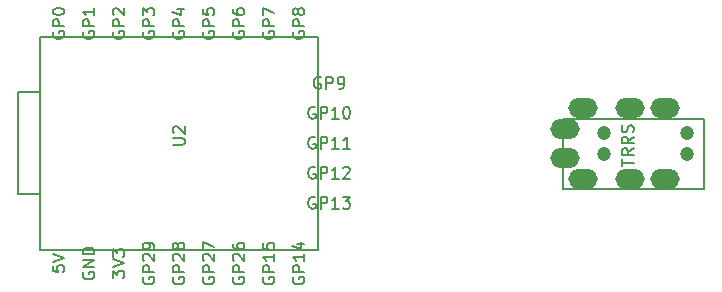
<source format=gbr>
%TF.GenerationSoftware,KiCad,Pcbnew,7.0.8*%
%TF.CreationDate,2023-10-28T15:04:41+09:00*%
%TF.ProjectId,jisaku20rp_right,6a697361-6b75-4323-9072-705f72696768,rev?*%
%TF.SameCoordinates,Original*%
%TF.FileFunction,Legend,Top*%
%TF.FilePolarity,Positive*%
%FSLAX46Y46*%
G04 Gerber Fmt 4.6, Leading zero omitted, Abs format (unit mm)*
G04 Created by KiCad (PCBNEW 7.0.8) date 2023-10-28 15:04:41*
%MOMM*%
%LPD*%
G01*
G04 APERTURE LIST*
%ADD10C,0.150000*%
%ADD11C,1.200000*%
%ADD12O,2.500000X1.700000*%
G04 APERTURE END LIST*
D10*
X58744819Y16878095D02*
X58744819Y17449523D01*
X59744819Y17163809D02*
X58744819Y17163809D01*
X59744819Y18354285D02*
X59268628Y18020952D01*
X59744819Y17782857D02*
X58744819Y17782857D01*
X58744819Y17782857D02*
X58744819Y18163809D01*
X58744819Y18163809D02*
X58792438Y18259047D01*
X58792438Y18259047D02*
X58840057Y18306666D01*
X58840057Y18306666D02*
X58935295Y18354285D01*
X58935295Y18354285D02*
X59078152Y18354285D01*
X59078152Y18354285D02*
X59173390Y18306666D01*
X59173390Y18306666D02*
X59221009Y18259047D01*
X59221009Y18259047D02*
X59268628Y18163809D01*
X59268628Y18163809D02*
X59268628Y17782857D01*
X59744819Y19354285D02*
X59268628Y19020952D01*
X59744819Y18782857D02*
X58744819Y18782857D01*
X58744819Y18782857D02*
X58744819Y19163809D01*
X58744819Y19163809D02*
X58792438Y19259047D01*
X58792438Y19259047D02*
X58840057Y19306666D01*
X58840057Y19306666D02*
X58935295Y19354285D01*
X58935295Y19354285D02*
X59078152Y19354285D01*
X59078152Y19354285D02*
X59173390Y19306666D01*
X59173390Y19306666D02*
X59221009Y19259047D01*
X59221009Y19259047D02*
X59268628Y19163809D01*
X59268628Y19163809D02*
X59268628Y18782857D01*
X59697200Y19735238D02*
X59744819Y19878095D01*
X59744819Y19878095D02*
X59744819Y20116190D01*
X59744819Y20116190D02*
X59697200Y20211428D01*
X59697200Y20211428D02*
X59649580Y20259047D01*
X59649580Y20259047D02*
X59554342Y20306666D01*
X59554342Y20306666D02*
X59459104Y20306666D01*
X59459104Y20306666D02*
X59363866Y20259047D01*
X59363866Y20259047D02*
X59316247Y20211428D01*
X59316247Y20211428D02*
X59268628Y20116190D01*
X59268628Y20116190D02*
X59221009Y19925714D01*
X59221009Y19925714D02*
X59173390Y19830476D01*
X59173390Y19830476D02*
X59125771Y19782857D01*
X59125771Y19782857D02*
X59030533Y19735238D01*
X59030533Y19735238D02*
X58935295Y19735238D01*
X58935295Y19735238D02*
X58840057Y19782857D01*
X58840057Y19782857D02*
X58792438Y19830476D01*
X58792438Y19830476D02*
X58744819Y19925714D01*
X58744819Y19925714D02*
X58744819Y20163809D01*
X58744819Y20163809D02*
X58792438Y20306666D01*
X20734819Y18668095D02*
X21544342Y18668095D01*
X21544342Y18668095D02*
X21639580Y18715714D01*
X21639580Y18715714D02*
X21687200Y18763333D01*
X21687200Y18763333D02*
X21734819Y18858571D01*
X21734819Y18858571D02*
X21734819Y19049047D01*
X21734819Y19049047D02*
X21687200Y19144285D01*
X21687200Y19144285D02*
X21639580Y19191904D01*
X21639580Y19191904D02*
X21544342Y19239523D01*
X21544342Y19239523D02*
X20734819Y19239523D01*
X20830057Y19668095D02*
X20782438Y19715714D01*
X20782438Y19715714D02*
X20734819Y19810952D01*
X20734819Y19810952D02*
X20734819Y20049047D01*
X20734819Y20049047D02*
X20782438Y20144285D01*
X20782438Y20144285D02*
X20830057Y20191904D01*
X20830057Y20191904D02*
X20925295Y20239523D01*
X20925295Y20239523D02*
X21020533Y20239523D01*
X21020533Y20239523D02*
X21163390Y20191904D01*
X21163390Y20191904D02*
X21734819Y19620476D01*
X21734819Y19620476D02*
X21734819Y20239523D01*
X18232438Y7439523D02*
X18184819Y7344285D01*
X18184819Y7344285D02*
X18184819Y7201428D01*
X18184819Y7201428D02*
X18232438Y7058571D01*
X18232438Y7058571D02*
X18327676Y6963333D01*
X18327676Y6963333D02*
X18422914Y6915714D01*
X18422914Y6915714D02*
X18613390Y6868095D01*
X18613390Y6868095D02*
X18756247Y6868095D01*
X18756247Y6868095D02*
X18946723Y6915714D01*
X18946723Y6915714D02*
X19041961Y6963333D01*
X19041961Y6963333D02*
X19137200Y7058571D01*
X19137200Y7058571D02*
X19184819Y7201428D01*
X19184819Y7201428D02*
X19184819Y7296666D01*
X19184819Y7296666D02*
X19137200Y7439523D01*
X19137200Y7439523D02*
X19089580Y7487142D01*
X19089580Y7487142D02*
X18756247Y7487142D01*
X18756247Y7487142D02*
X18756247Y7296666D01*
X19184819Y7915714D02*
X18184819Y7915714D01*
X18184819Y7915714D02*
X18184819Y8296666D01*
X18184819Y8296666D02*
X18232438Y8391904D01*
X18232438Y8391904D02*
X18280057Y8439523D01*
X18280057Y8439523D02*
X18375295Y8487142D01*
X18375295Y8487142D02*
X18518152Y8487142D01*
X18518152Y8487142D02*
X18613390Y8439523D01*
X18613390Y8439523D02*
X18661009Y8391904D01*
X18661009Y8391904D02*
X18708628Y8296666D01*
X18708628Y8296666D02*
X18708628Y7915714D01*
X18280057Y8868095D02*
X18232438Y8915714D01*
X18232438Y8915714D02*
X18184819Y9010952D01*
X18184819Y9010952D02*
X18184819Y9249047D01*
X18184819Y9249047D02*
X18232438Y9344285D01*
X18232438Y9344285D02*
X18280057Y9391904D01*
X18280057Y9391904D02*
X18375295Y9439523D01*
X18375295Y9439523D02*
X18470533Y9439523D01*
X18470533Y9439523D02*
X18613390Y9391904D01*
X18613390Y9391904D02*
X19184819Y8820476D01*
X19184819Y8820476D02*
X19184819Y9439523D01*
X19184819Y9915714D02*
X19184819Y10106190D01*
X19184819Y10106190D02*
X19137200Y10201428D01*
X19137200Y10201428D02*
X19089580Y10249047D01*
X19089580Y10249047D02*
X18946723Y10344285D01*
X18946723Y10344285D02*
X18756247Y10391904D01*
X18756247Y10391904D02*
X18375295Y10391904D01*
X18375295Y10391904D02*
X18280057Y10344285D01*
X18280057Y10344285D02*
X18232438Y10296666D01*
X18232438Y10296666D02*
X18184819Y10201428D01*
X18184819Y10201428D02*
X18184819Y10010952D01*
X18184819Y10010952D02*
X18232438Y9915714D01*
X18232438Y9915714D02*
X18280057Y9868095D01*
X18280057Y9868095D02*
X18375295Y9820476D01*
X18375295Y9820476D02*
X18613390Y9820476D01*
X18613390Y9820476D02*
X18708628Y9868095D01*
X18708628Y9868095D02*
X18756247Y9915714D01*
X18756247Y9915714D02*
X18803866Y10010952D01*
X18803866Y10010952D02*
X18803866Y10201428D01*
X18803866Y10201428D02*
X18756247Y10296666D01*
X18756247Y10296666D02*
X18708628Y10344285D01*
X18708628Y10344285D02*
X18613390Y10391904D01*
X30932438Y28235714D02*
X30884819Y28140476D01*
X30884819Y28140476D02*
X30884819Y27997619D01*
X30884819Y27997619D02*
X30932438Y27854762D01*
X30932438Y27854762D02*
X31027676Y27759524D01*
X31027676Y27759524D02*
X31122914Y27711905D01*
X31122914Y27711905D02*
X31313390Y27664286D01*
X31313390Y27664286D02*
X31456247Y27664286D01*
X31456247Y27664286D02*
X31646723Y27711905D01*
X31646723Y27711905D02*
X31741961Y27759524D01*
X31741961Y27759524D02*
X31837200Y27854762D01*
X31837200Y27854762D02*
X31884819Y27997619D01*
X31884819Y27997619D02*
X31884819Y28092857D01*
X31884819Y28092857D02*
X31837200Y28235714D01*
X31837200Y28235714D02*
X31789580Y28283333D01*
X31789580Y28283333D02*
X31456247Y28283333D01*
X31456247Y28283333D02*
X31456247Y28092857D01*
X31884819Y28711905D02*
X30884819Y28711905D01*
X30884819Y28711905D02*
X30884819Y29092857D01*
X30884819Y29092857D02*
X30932438Y29188095D01*
X30932438Y29188095D02*
X30980057Y29235714D01*
X30980057Y29235714D02*
X31075295Y29283333D01*
X31075295Y29283333D02*
X31218152Y29283333D01*
X31218152Y29283333D02*
X31313390Y29235714D01*
X31313390Y29235714D02*
X31361009Y29188095D01*
X31361009Y29188095D02*
X31408628Y29092857D01*
X31408628Y29092857D02*
X31408628Y28711905D01*
X31313390Y29854762D02*
X31265771Y29759524D01*
X31265771Y29759524D02*
X31218152Y29711905D01*
X31218152Y29711905D02*
X31122914Y29664286D01*
X31122914Y29664286D02*
X31075295Y29664286D01*
X31075295Y29664286D02*
X30980057Y29711905D01*
X30980057Y29711905D02*
X30932438Y29759524D01*
X30932438Y29759524D02*
X30884819Y29854762D01*
X30884819Y29854762D02*
X30884819Y30045238D01*
X30884819Y30045238D02*
X30932438Y30140476D01*
X30932438Y30140476D02*
X30980057Y30188095D01*
X30980057Y30188095D02*
X31075295Y30235714D01*
X31075295Y30235714D02*
X31122914Y30235714D01*
X31122914Y30235714D02*
X31218152Y30188095D01*
X31218152Y30188095D02*
X31265771Y30140476D01*
X31265771Y30140476D02*
X31313390Y30045238D01*
X31313390Y30045238D02*
X31313390Y29854762D01*
X31313390Y29854762D02*
X31361009Y29759524D01*
X31361009Y29759524D02*
X31408628Y29711905D01*
X31408628Y29711905D02*
X31503866Y29664286D01*
X31503866Y29664286D02*
X31694342Y29664286D01*
X31694342Y29664286D02*
X31789580Y29711905D01*
X31789580Y29711905D02*
X31837200Y29759524D01*
X31837200Y29759524D02*
X31884819Y29854762D01*
X31884819Y29854762D02*
X31884819Y30045238D01*
X31884819Y30045238D02*
X31837200Y30140476D01*
X31837200Y30140476D02*
X31789580Y30188095D01*
X31789580Y30188095D02*
X31694342Y30235714D01*
X31694342Y30235714D02*
X31503866Y30235714D01*
X31503866Y30235714D02*
X31408628Y30188095D01*
X31408628Y30188095D02*
X31361009Y30140476D01*
X31361009Y30140476D02*
X31313390Y30045238D01*
X13152438Y7868095D02*
X13104819Y7772857D01*
X13104819Y7772857D02*
X13104819Y7630000D01*
X13104819Y7630000D02*
X13152438Y7487143D01*
X13152438Y7487143D02*
X13247676Y7391905D01*
X13247676Y7391905D02*
X13342914Y7344286D01*
X13342914Y7344286D02*
X13533390Y7296667D01*
X13533390Y7296667D02*
X13676247Y7296667D01*
X13676247Y7296667D02*
X13866723Y7344286D01*
X13866723Y7344286D02*
X13961961Y7391905D01*
X13961961Y7391905D02*
X14057200Y7487143D01*
X14057200Y7487143D02*
X14104819Y7630000D01*
X14104819Y7630000D02*
X14104819Y7725238D01*
X14104819Y7725238D02*
X14057200Y7868095D01*
X14057200Y7868095D02*
X14009580Y7915714D01*
X14009580Y7915714D02*
X13676247Y7915714D01*
X13676247Y7915714D02*
X13676247Y7725238D01*
X14104819Y8344286D02*
X13104819Y8344286D01*
X13104819Y8344286D02*
X14104819Y8915714D01*
X14104819Y8915714D02*
X13104819Y8915714D01*
X14104819Y9391905D02*
X13104819Y9391905D01*
X13104819Y9391905D02*
X13104819Y9630000D01*
X13104819Y9630000D02*
X13152438Y9772857D01*
X13152438Y9772857D02*
X13247676Y9868095D01*
X13247676Y9868095D02*
X13342914Y9915714D01*
X13342914Y9915714D02*
X13533390Y9963333D01*
X13533390Y9963333D02*
X13676247Y9963333D01*
X13676247Y9963333D02*
X13866723Y9915714D01*
X13866723Y9915714D02*
X13961961Y9868095D01*
X13961961Y9868095D02*
X14057200Y9772857D01*
X14057200Y9772857D02*
X14104819Y9630000D01*
X14104819Y9630000D02*
X14104819Y9391905D01*
X25852438Y28235714D02*
X25804819Y28140476D01*
X25804819Y28140476D02*
X25804819Y27997619D01*
X25804819Y27997619D02*
X25852438Y27854762D01*
X25852438Y27854762D02*
X25947676Y27759524D01*
X25947676Y27759524D02*
X26042914Y27711905D01*
X26042914Y27711905D02*
X26233390Y27664286D01*
X26233390Y27664286D02*
X26376247Y27664286D01*
X26376247Y27664286D02*
X26566723Y27711905D01*
X26566723Y27711905D02*
X26661961Y27759524D01*
X26661961Y27759524D02*
X26757200Y27854762D01*
X26757200Y27854762D02*
X26804819Y27997619D01*
X26804819Y27997619D02*
X26804819Y28092857D01*
X26804819Y28092857D02*
X26757200Y28235714D01*
X26757200Y28235714D02*
X26709580Y28283333D01*
X26709580Y28283333D02*
X26376247Y28283333D01*
X26376247Y28283333D02*
X26376247Y28092857D01*
X26804819Y28711905D02*
X25804819Y28711905D01*
X25804819Y28711905D02*
X25804819Y29092857D01*
X25804819Y29092857D02*
X25852438Y29188095D01*
X25852438Y29188095D02*
X25900057Y29235714D01*
X25900057Y29235714D02*
X25995295Y29283333D01*
X25995295Y29283333D02*
X26138152Y29283333D01*
X26138152Y29283333D02*
X26233390Y29235714D01*
X26233390Y29235714D02*
X26281009Y29188095D01*
X26281009Y29188095D02*
X26328628Y29092857D01*
X26328628Y29092857D02*
X26328628Y28711905D01*
X25804819Y30140476D02*
X25804819Y29950000D01*
X25804819Y29950000D02*
X25852438Y29854762D01*
X25852438Y29854762D02*
X25900057Y29807143D01*
X25900057Y29807143D02*
X26042914Y29711905D01*
X26042914Y29711905D02*
X26233390Y29664286D01*
X26233390Y29664286D02*
X26614342Y29664286D01*
X26614342Y29664286D02*
X26709580Y29711905D01*
X26709580Y29711905D02*
X26757200Y29759524D01*
X26757200Y29759524D02*
X26804819Y29854762D01*
X26804819Y29854762D02*
X26804819Y30045238D01*
X26804819Y30045238D02*
X26757200Y30140476D01*
X26757200Y30140476D02*
X26709580Y30188095D01*
X26709580Y30188095D02*
X26614342Y30235714D01*
X26614342Y30235714D02*
X26376247Y30235714D01*
X26376247Y30235714D02*
X26281009Y30188095D01*
X26281009Y30188095D02*
X26233390Y30140476D01*
X26233390Y30140476D02*
X26185771Y30045238D01*
X26185771Y30045238D02*
X26185771Y29854762D01*
X26185771Y29854762D02*
X26233390Y29759524D01*
X26233390Y29759524D02*
X26281009Y29711905D01*
X26281009Y29711905D02*
X26376247Y29664286D01*
X32779523Y21827561D02*
X32684285Y21875180D01*
X32684285Y21875180D02*
X32541428Y21875180D01*
X32541428Y21875180D02*
X32398571Y21827561D01*
X32398571Y21827561D02*
X32303333Y21732323D01*
X32303333Y21732323D02*
X32255714Y21637085D01*
X32255714Y21637085D02*
X32208095Y21446609D01*
X32208095Y21446609D02*
X32208095Y21303752D01*
X32208095Y21303752D02*
X32255714Y21113276D01*
X32255714Y21113276D02*
X32303333Y21018038D01*
X32303333Y21018038D02*
X32398571Y20922800D01*
X32398571Y20922800D02*
X32541428Y20875180D01*
X32541428Y20875180D02*
X32636666Y20875180D01*
X32636666Y20875180D02*
X32779523Y20922800D01*
X32779523Y20922800D02*
X32827142Y20970419D01*
X32827142Y20970419D02*
X32827142Y21303752D01*
X32827142Y21303752D02*
X32636666Y21303752D01*
X33255714Y20875180D02*
X33255714Y21875180D01*
X33255714Y21875180D02*
X33636666Y21875180D01*
X33636666Y21875180D02*
X33731904Y21827561D01*
X33731904Y21827561D02*
X33779523Y21779942D01*
X33779523Y21779942D02*
X33827142Y21684704D01*
X33827142Y21684704D02*
X33827142Y21541847D01*
X33827142Y21541847D02*
X33779523Y21446609D01*
X33779523Y21446609D02*
X33731904Y21398990D01*
X33731904Y21398990D02*
X33636666Y21351371D01*
X33636666Y21351371D02*
X33255714Y21351371D01*
X34779523Y20875180D02*
X34208095Y20875180D01*
X34493809Y20875180D02*
X34493809Y21875180D01*
X34493809Y21875180D02*
X34398571Y21732323D01*
X34398571Y21732323D02*
X34303333Y21637085D01*
X34303333Y21637085D02*
X34208095Y21589466D01*
X35398571Y21875180D02*
X35493809Y21875180D01*
X35493809Y21875180D02*
X35589047Y21827561D01*
X35589047Y21827561D02*
X35636666Y21779942D01*
X35636666Y21779942D02*
X35684285Y21684704D01*
X35684285Y21684704D02*
X35731904Y21494228D01*
X35731904Y21494228D02*
X35731904Y21256133D01*
X35731904Y21256133D02*
X35684285Y21065657D01*
X35684285Y21065657D02*
X35636666Y20970419D01*
X35636666Y20970419D02*
X35589047Y20922800D01*
X35589047Y20922800D02*
X35493809Y20875180D01*
X35493809Y20875180D02*
X35398571Y20875180D01*
X35398571Y20875180D02*
X35303333Y20922800D01*
X35303333Y20922800D02*
X35255714Y20970419D01*
X35255714Y20970419D02*
X35208095Y21065657D01*
X35208095Y21065657D02*
X35160476Y21256133D01*
X35160476Y21256133D02*
X35160476Y21494228D01*
X35160476Y21494228D02*
X35208095Y21684704D01*
X35208095Y21684704D02*
X35255714Y21779942D01*
X35255714Y21779942D02*
X35303333Y21827561D01*
X35303333Y21827561D02*
X35398571Y21875180D01*
X15644819Y7391905D02*
X15644819Y8010952D01*
X15644819Y8010952D02*
X16025771Y7677619D01*
X16025771Y7677619D02*
X16025771Y7820476D01*
X16025771Y7820476D02*
X16073390Y7915714D01*
X16073390Y7915714D02*
X16121009Y7963333D01*
X16121009Y7963333D02*
X16216247Y8010952D01*
X16216247Y8010952D02*
X16454342Y8010952D01*
X16454342Y8010952D02*
X16549580Y7963333D01*
X16549580Y7963333D02*
X16597200Y7915714D01*
X16597200Y7915714D02*
X16644819Y7820476D01*
X16644819Y7820476D02*
X16644819Y7534762D01*
X16644819Y7534762D02*
X16597200Y7439524D01*
X16597200Y7439524D02*
X16549580Y7391905D01*
X15644819Y8296667D02*
X16644819Y8630000D01*
X16644819Y8630000D02*
X15644819Y8963333D01*
X15644819Y9201429D02*
X15644819Y9820476D01*
X15644819Y9820476D02*
X16025771Y9487143D01*
X16025771Y9487143D02*
X16025771Y9630000D01*
X16025771Y9630000D02*
X16073390Y9725238D01*
X16073390Y9725238D02*
X16121009Y9772857D01*
X16121009Y9772857D02*
X16216247Y9820476D01*
X16216247Y9820476D02*
X16454342Y9820476D01*
X16454342Y9820476D02*
X16549580Y9772857D01*
X16549580Y9772857D02*
X16597200Y9725238D01*
X16597200Y9725238D02*
X16644819Y9630000D01*
X16644819Y9630000D02*
X16644819Y9344286D01*
X16644819Y9344286D02*
X16597200Y9249048D01*
X16597200Y9249048D02*
X16549580Y9201429D01*
X32779523Y14207561D02*
X32684285Y14255180D01*
X32684285Y14255180D02*
X32541428Y14255180D01*
X32541428Y14255180D02*
X32398571Y14207561D01*
X32398571Y14207561D02*
X32303333Y14112323D01*
X32303333Y14112323D02*
X32255714Y14017085D01*
X32255714Y14017085D02*
X32208095Y13826609D01*
X32208095Y13826609D02*
X32208095Y13683752D01*
X32208095Y13683752D02*
X32255714Y13493276D01*
X32255714Y13493276D02*
X32303333Y13398038D01*
X32303333Y13398038D02*
X32398571Y13302800D01*
X32398571Y13302800D02*
X32541428Y13255180D01*
X32541428Y13255180D02*
X32636666Y13255180D01*
X32636666Y13255180D02*
X32779523Y13302800D01*
X32779523Y13302800D02*
X32827142Y13350419D01*
X32827142Y13350419D02*
X32827142Y13683752D01*
X32827142Y13683752D02*
X32636666Y13683752D01*
X33255714Y13255180D02*
X33255714Y14255180D01*
X33255714Y14255180D02*
X33636666Y14255180D01*
X33636666Y14255180D02*
X33731904Y14207561D01*
X33731904Y14207561D02*
X33779523Y14159942D01*
X33779523Y14159942D02*
X33827142Y14064704D01*
X33827142Y14064704D02*
X33827142Y13921847D01*
X33827142Y13921847D02*
X33779523Y13826609D01*
X33779523Y13826609D02*
X33731904Y13778990D01*
X33731904Y13778990D02*
X33636666Y13731371D01*
X33636666Y13731371D02*
X33255714Y13731371D01*
X34779523Y13255180D02*
X34208095Y13255180D01*
X34493809Y13255180D02*
X34493809Y14255180D01*
X34493809Y14255180D02*
X34398571Y14112323D01*
X34398571Y14112323D02*
X34303333Y14017085D01*
X34303333Y14017085D02*
X34208095Y13969466D01*
X35112857Y14255180D02*
X35731904Y14255180D01*
X35731904Y14255180D02*
X35398571Y13874228D01*
X35398571Y13874228D02*
X35541428Y13874228D01*
X35541428Y13874228D02*
X35636666Y13826609D01*
X35636666Y13826609D02*
X35684285Y13778990D01*
X35684285Y13778990D02*
X35731904Y13683752D01*
X35731904Y13683752D02*
X35731904Y13445657D01*
X35731904Y13445657D02*
X35684285Y13350419D01*
X35684285Y13350419D02*
X35636666Y13302800D01*
X35636666Y13302800D02*
X35541428Y13255180D01*
X35541428Y13255180D02*
X35255714Y13255180D01*
X35255714Y13255180D02*
X35160476Y13302800D01*
X35160476Y13302800D02*
X35112857Y13350419D01*
X23312438Y28235714D02*
X23264819Y28140476D01*
X23264819Y28140476D02*
X23264819Y27997619D01*
X23264819Y27997619D02*
X23312438Y27854762D01*
X23312438Y27854762D02*
X23407676Y27759524D01*
X23407676Y27759524D02*
X23502914Y27711905D01*
X23502914Y27711905D02*
X23693390Y27664286D01*
X23693390Y27664286D02*
X23836247Y27664286D01*
X23836247Y27664286D02*
X24026723Y27711905D01*
X24026723Y27711905D02*
X24121961Y27759524D01*
X24121961Y27759524D02*
X24217200Y27854762D01*
X24217200Y27854762D02*
X24264819Y27997619D01*
X24264819Y27997619D02*
X24264819Y28092857D01*
X24264819Y28092857D02*
X24217200Y28235714D01*
X24217200Y28235714D02*
X24169580Y28283333D01*
X24169580Y28283333D02*
X23836247Y28283333D01*
X23836247Y28283333D02*
X23836247Y28092857D01*
X24264819Y28711905D02*
X23264819Y28711905D01*
X23264819Y28711905D02*
X23264819Y29092857D01*
X23264819Y29092857D02*
X23312438Y29188095D01*
X23312438Y29188095D02*
X23360057Y29235714D01*
X23360057Y29235714D02*
X23455295Y29283333D01*
X23455295Y29283333D02*
X23598152Y29283333D01*
X23598152Y29283333D02*
X23693390Y29235714D01*
X23693390Y29235714D02*
X23741009Y29188095D01*
X23741009Y29188095D02*
X23788628Y29092857D01*
X23788628Y29092857D02*
X23788628Y28711905D01*
X23264819Y30188095D02*
X23264819Y29711905D01*
X23264819Y29711905D02*
X23741009Y29664286D01*
X23741009Y29664286D02*
X23693390Y29711905D01*
X23693390Y29711905D02*
X23645771Y29807143D01*
X23645771Y29807143D02*
X23645771Y30045238D01*
X23645771Y30045238D02*
X23693390Y30140476D01*
X23693390Y30140476D02*
X23741009Y30188095D01*
X23741009Y30188095D02*
X23836247Y30235714D01*
X23836247Y30235714D02*
X24074342Y30235714D01*
X24074342Y30235714D02*
X24169580Y30188095D01*
X24169580Y30188095D02*
X24217200Y30140476D01*
X24217200Y30140476D02*
X24264819Y30045238D01*
X24264819Y30045238D02*
X24264819Y29807143D01*
X24264819Y29807143D02*
X24217200Y29711905D01*
X24217200Y29711905D02*
X24169580Y29664286D01*
X33255714Y24367561D02*
X33160476Y24415180D01*
X33160476Y24415180D02*
X33017619Y24415180D01*
X33017619Y24415180D02*
X32874762Y24367561D01*
X32874762Y24367561D02*
X32779524Y24272323D01*
X32779524Y24272323D02*
X32731905Y24177085D01*
X32731905Y24177085D02*
X32684286Y23986609D01*
X32684286Y23986609D02*
X32684286Y23843752D01*
X32684286Y23843752D02*
X32731905Y23653276D01*
X32731905Y23653276D02*
X32779524Y23558038D01*
X32779524Y23558038D02*
X32874762Y23462800D01*
X32874762Y23462800D02*
X33017619Y23415180D01*
X33017619Y23415180D02*
X33112857Y23415180D01*
X33112857Y23415180D02*
X33255714Y23462800D01*
X33255714Y23462800D02*
X33303333Y23510419D01*
X33303333Y23510419D02*
X33303333Y23843752D01*
X33303333Y23843752D02*
X33112857Y23843752D01*
X33731905Y23415180D02*
X33731905Y24415180D01*
X33731905Y24415180D02*
X34112857Y24415180D01*
X34112857Y24415180D02*
X34208095Y24367561D01*
X34208095Y24367561D02*
X34255714Y24319942D01*
X34255714Y24319942D02*
X34303333Y24224704D01*
X34303333Y24224704D02*
X34303333Y24081847D01*
X34303333Y24081847D02*
X34255714Y23986609D01*
X34255714Y23986609D02*
X34208095Y23938990D01*
X34208095Y23938990D02*
X34112857Y23891371D01*
X34112857Y23891371D02*
X33731905Y23891371D01*
X34779524Y23415180D02*
X34970000Y23415180D01*
X34970000Y23415180D02*
X35065238Y23462800D01*
X35065238Y23462800D02*
X35112857Y23510419D01*
X35112857Y23510419D02*
X35208095Y23653276D01*
X35208095Y23653276D02*
X35255714Y23843752D01*
X35255714Y23843752D02*
X35255714Y24224704D01*
X35255714Y24224704D02*
X35208095Y24319942D01*
X35208095Y24319942D02*
X35160476Y24367561D01*
X35160476Y24367561D02*
X35065238Y24415180D01*
X35065238Y24415180D02*
X34874762Y24415180D01*
X34874762Y24415180D02*
X34779524Y24367561D01*
X34779524Y24367561D02*
X34731905Y24319942D01*
X34731905Y24319942D02*
X34684286Y24224704D01*
X34684286Y24224704D02*
X34684286Y23986609D01*
X34684286Y23986609D02*
X34731905Y23891371D01*
X34731905Y23891371D02*
X34779524Y23843752D01*
X34779524Y23843752D02*
X34874762Y23796133D01*
X34874762Y23796133D02*
X35065238Y23796133D01*
X35065238Y23796133D02*
X35160476Y23843752D01*
X35160476Y23843752D02*
X35208095Y23891371D01*
X35208095Y23891371D02*
X35255714Y23986609D01*
X28392438Y28235714D02*
X28344819Y28140476D01*
X28344819Y28140476D02*
X28344819Y27997619D01*
X28344819Y27997619D02*
X28392438Y27854762D01*
X28392438Y27854762D02*
X28487676Y27759524D01*
X28487676Y27759524D02*
X28582914Y27711905D01*
X28582914Y27711905D02*
X28773390Y27664286D01*
X28773390Y27664286D02*
X28916247Y27664286D01*
X28916247Y27664286D02*
X29106723Y27711905D01*
X29106723Y27711905D02*
X29201961Y27759524D01*
X29201961Y27759524D02*
X29297200Y27854762D01*
X29297200Y27854762D02*
X29344819Y27997619D01*
X29344819Y27997619D02*
X29344819Y28092857D01*
X29344819Y28092857D02*
X29297200Y28235714D01*
X29297200Y28235714D02*
X29249580Y28283333D01*
X29249580Y28283333D02*
X28916247Y28283333D01*
X28916247Y28283333D02*
X28916247Y28092857D01*
X29344819Y28711905D02*
X28344819Y28711905D01*
X28344819Y28711905D02*
X28344819Y29092857D01*
X28344819Y29092857D02*
X28392438Y29188095D01*
X28392438Y29188095D02*
X28440057Y29235714D01*
X28440057Y29235714D02*
X28535295Y29283333D01*
X28535295Y29283333D02*
X28678152Y29283333D01*
X28678152Y29283333D02*
X28773390Y29235714D01*
X28773390Y29235714D02*
X28821009Y29188095D01*
X28821009Y29188095D02*
X28868628Y29092857D01*
X28868628Y29092857D02*
X28868628Y28711905D01*
X28344819Y29616667D02*
X28344819Y30283333D01*
X28344819Y30283333D02*
X29344819Y29854762D01*
X30932438Y7439523D02*
X30884819Y7344285D01*
X30884819Y7344285D02*
X30884819Y7201428D01*
X30884819Y7201428D02*
X30932438Y7058571D01*
X30932438Y7058571D02*
X31027676Y6963333D01*
X31027676Y6963333D02*
X31122914Y6915714D01*
X31122914Y6915714D02*
X31313390Y6868095D01*
X31313390Y6868095D02*
X31456247Y6868095D01*
X31456247Y6868095D02*
X31646723Y6915714D01*
X31646723Y6915714D02*
X31741961Y6963333D01*
X31741961Y6963333D02*
X31837200Y7058571D01*
X31837200Y7058571D02*
X31884819Y7201428D01*
X31884819Y7201428D02*
X31884819Y7296666D01*
X31884819Y7296666D02*
X31837200Y7439523D01*
X31837200Y7439523D02*
X31789580Y7487142D01*
X31789580Y7487142D02*
X31456247Y7487142D01*
X31456247Y7487142D02*
X31456247Y7296666D01*
X31884819Y7915714D02*
X30884819Y7915714D01*
X30884819Y7915714D02*
X30884819Y8296666D01*
X30884819Y8296666D02*
X30932438Y8391904D01*
X30932438Y8391904D02*
X30980057Y8439523D01*
X30980057Y8439523D02*
X31075295Y8487142D01*
X31075295Y8487142D02*
X31218152Y8487142D01*
X31218152Y8487142D02*
X31313390Y8439523D01*
X31313390Y8439523D02*
X31361009Y8391904D01*
X31361009Y8391904D02*
X31408628Y8296666D01*
X31408628Y8296666D02*
X31408628Y7915714D01*
X31884819Y9439523D02*
X31884819Y8868095D01*
X31884819Y9153809D02*
X30884819Y9153809D01*
X30884819Y9153809D02*
X31027676Y9058571D01*
X31027676Y9058571D02*
X31122914Y8963333D01*
X31122914Y8963333D02*
X31170533Y8868095D01*
X31218152Y10296666D02*
X31884819Y10296666D01*
X30837200Y10058571D02*
X31551485Y9820476D01*
X31551485Y9820476D02*
X31551485Y10439523D01*
X25852438Y7439523D02*
X25804819Y7344285D01*
X25804819Y7344285D02*
X25804819Y7201428D01*
X25804819Y7201428D02*
X25852438Y7058571D01*
X25852438Y7058571D02*
X25947676Y6963333D01*
X25947676Y6963333D02*
X26042914Y6915714D01*
X26042914Y6915714D02*
X26233390Y6868095D01*
X26233390Y6868095D02*
X26376247Y6868095D01*
X26376247Y6868095D02*
X26566723Y6915714D01*
X26566723Y6915714D02*
X26661961Y6963333D01*
X26661961Y6963333D02*
X26757200Y7058571D01*
X26757200Y7058571D02*
X26804819Y7201428D01*
X26804819Y7201428D02*
X26804819Y7296666D01*
X26804819Y7296666D02*
X26757200Y7439523D01*
X26757200Y7439523D02*
X26709580Y7487142D01*
X26709580Y7487142D02*
X26376247Y7487142D01*
X26376247Y7487142D02*
X26376247Y7296666D01*
X26804819Y7915714D02*
X25804819Y7915714D01*
X25804819Y7915714D02*
X25804819Y8296666D01*
X25804819Y8296666D02*
X25852438Y8391904D01*
X25852438Y8391904D02*
X25900057Y8439523D01*
X25900057Y8439523D02*
X25995295Y8487142D01*
X25995295Y8487142D02*
X26138152Y8487142D01*
X26138152Y8487142D02*
X26233390Y8439523D01*
X26233390Y8439523D02*
X26281009Y8391904D01*
X26281009Y8391904D02*
X26328628Y8296666D01*
X26328628Y8296666D02*
X26328628Y7915714D01*
X25900057Y8868095D02*
X25852438Y8915714D01*
X25852438Y8915714D02*
X25804819Y9010952D01*
X25804819Y9010952D02*
X25804819Y9249047D01*
X25804819Y9249047D02*
X25852438Y9344285D01*
X25852438Y9344285D02*
X25900057Y9391904D01*
X25900057Y9391904D02*
X25995295Y9439523D01*
X25995295Y9439523D02*
X26090533Y9439523D01*
X26090533Y9439523D02*
X26233390Y9391904D01*
X26233390Y9391904D02*
X26804819Y8820476D01*
X26804819Y8820476D02*
X26804819Y9439523D01*
X25804819Y10296666D02*
X25804819Y10106190D01*
X25804819Y10106190D02*
X25852438Y10010952D01*
X25852438Y10010952D02*
X25900057Y9963333D01*
X25900057Y9963333D02*
X26042914Y9868095D01*
X26042914Y9868095D02*
X26233390Y9820476D01*
X26233390Y9820476D02*
X26614342Y9820476D01*
X26614342Y9820476D02*
X26709580Y9868095D01*
X26709580Y9868095D02*
X26757200Y9915714D01*
X26757200Y9915714D02*
X26804819Y10010952D01*
X26804819Y10010952D02*
X26804819Y10201428D01*
X26804819Y10201428D02*
X26757200Y10296666D01*
X26757200Y10296666D02*
X26709580Y10344285D01*
X26709580Y10344285D02*
X26614342Y10391904D01*
X26614342Y10391904D02*
X26376247Y10391904D01*
X26376247Y10391904D02*
X26281009Y10344285D01*
X26281009Y10344285D02*
X26233390Y10296666D01*
X26233390Y10296666D02*
X26185771Y10201428D01*
X26185771Y10201428D02*
X26185771Y10010952D01*
X26185771Y10010952D02*
X26233390Y9915714D01*
X26233390Y9915714D02*
X26281009Y9868095D01*
X26281009Y9868095D02*
X26376247Y9820476D01*
X10612438Y28235714D02*
X10564819Y28140476D01*
X10564819Y28140476D02*
X10564819Y27997619D01*
X10564819Y27997619D02*
X10612438Y27854762D01*
X10612438Y27854762D02*
X10707676Y27759524D01*
X10707676Y27759524D02*
X10802914Y27711905D01*
X10802914Y27711905D02*
X10993390Y27664286D01*
X10993390Y27664286D02*
X11136247Y27664286D01*
X11136247Y27664286D02*
X11326723Y27711905D01*
X11326723Y27711905D02*
X11421961Y27759524D01*
X11421961Y27759524D02*
X11517200Y27854762D01*
X11517200Y27854762D02*
X11564819Y27997619D01*
X11564819Y27997619D02*
X11564819Y28092857D01*
X11564819Y28092857D02*
X11517200Y28235714D01*
X11517200Y28235714D02*
X11469580Y28283333D01*
X11469580Y28283333D02*
X11136247Y28283333D01*
X11136247Y28283333D02*
X11136247Y28092857D01*
X11564819Y28711905D02*
X10564819Y28711905D01*
X10564819Y28711905D02*
X10564819Y29092857D01*
X10564819Y29092857D02*
X10612438Y29188095D01*
X10612438Y29188095D02*
X10660057Y29235714D01*
X10660057Y29235714D02*
X10755295Y29283333D01*
X10755295Y29283333D02*
X10898152Y29283333D01*
X10898152Y29283333D02*
X10993390Y29235714D01*
X10993390Y29235714D02*
X11041009Y29188095D01*
X11041009Y29188095D02*
X11088628Y29092857D01*
X11088628Y29092857D02*
X11088628Y28711905D01*
X10564819Y29902381D02*
X10564819Y29997619D01*
X10564819Y29997619D02*
X10612438Y30092857D01*
X10612438Y30092857D02*
X10660057Y30140476D01*
X10660057Y30140476D02*
X10755295Y30188095D01*
X10755295Y30188095D02*
X10945771Y30235714D01*
X10945771Y30235714D02*
X11183866Y30235714D01*
X11183866Y30235714D02*
X11374342Y30188095D01*
X11374342Y30188095D02*
X11469580Y30140476D01*
X11469580Y30140476D02*
X11517200Y30092857D01*
X11517200Y30092857D02*
X11564819Y29997619D01*
X11564819Y29997619D02*
X11564819Y29902381D01*
X11564819Y29902381D02*
X11517200Y29807143D01*
X11517200Y29807143D02*
X11469580Y29759524D01*
X11469580Y29759524D02*
X11374342Y29711905D01*
X11374342Y29711905D02*
X11183866Y29664286D01*
X11183866Y29664286D02*
X10945771Y29664286D01*
X10945771Y29664286D02*
X10755295Y29711905D01*
X10755295Y29711905D02*
X10660057Y29759524D01*
X10660057Y29759524D02*
X10612438Y29807143D01*
X10612438Y29807143D02*
X10564819Y29902381D01*
X20772438Y28235714D02*
X20724819Y28140476D01*
X20724819Y28140476D02*
X20724819Y27997619D01*
X20724819Y27997619D02*
X20772438Y27854762D01*
X20772438Y27854762D02*
X20867676Y27759524D01*
X20867676Y27759524D02*
X20962914Y27711905D01*
X20962914Y27711905D02*
X21153390Y27664286D01*
X21153390Y27664286D02*
X21296247Y27664286D01*
X21296247Y27664286D02*
X21486723Y27711905D01*
X21486723Y27711905D02*
X21581961Y27759524D01*
X21581961Y27759524D02*
X21677200Y27854762D01*
X21677200Y27854762D02*
X21724819Y27997619D01*
X21724819Y27997619D02*
X21724819Y28092857D01*
X21724819Y28092857D02*
X21677200Y28235714D01*
X21677200Y28235714D02*
X21629580Y28283333D01*
X21629580Y28283333D02*
X21296247Y28283333D01*
X21296247Y28283333D02*
X21296247Y28092857D01*
X21724819Y28711905D02*
X20724819Y28711905D01*
X20724819Y28711905D02*
X20724819Y29092857D01*
X20724819Y29092857D02*
X20772438Y29188095D01*
X20772438Y29188095D02*
X20820057Y29235714D01*
X20820057Y29235714D02*
X20915295Y29283333D01*
X20915295Y29283333D02*
X21058152Y29283333D01*
X21058152Y29283333D02*
X21153390Y29235714D01*
X21153390Y29235714D02*
X21201009Y29188095D01*
X21201009Y29188095D02*
X21248628Y29092857D01*
X21248628Y29092857D02*
X21248628Y28711905D01*
X21058152Y30140476D02*
X21724819Y30140476D01*
X20677200Y29902381D02*
X21391485Y29664286D01*
X21391485Y29664286D02*
X21391485Y30283333D01*
X32779523Y19287561D02*
X32684285Y19335180D01*
X32684285Y19335180D02*
X32541428Y19335180D01*
X32541428Y19335180D02*
X32398571Y19287561D01*
X32398571Y19287561D02*
X32303333Y19192323D01*
X32303333Y19192323D02*
X32255714Y19097085D01*
X32255714Y19097085D02*
X32208095Y18906609D01*
X32208095Y18906609D02*
X32208095Y18763752D01*
X32208095Y18763752D02*
X32255714Y18573276D01*
X32255714Y18573276D02*
X32303333Y18478038D01*
X32303333Y18478038D02*
X32398571Y18382800D01*
X32398571Y18382800D02*
X32541428Y18335180D01*
X32541428Y18335180D02*
X32636666Y18335180D01*
X32636666Y18335180D02*
X32779523Y18382800D01*
X32779523Y18382800D02*
X32827142Y18430419D01*
X32827142Y18430419D02*
X32827142Y18763752D01*
X32827142Y18763752D02*
X32636666Y18763752D01*
X33255714Y18335180D02*
X33255714Y19335180D01*
X33255714Y19335180D02*
X33636666Y19335180D01*
X33636666Y19335180D02*
X33731904Y19287561D01*
X33731904Y19287561D02*
X33779523Y19239942D01*
X33779523Y19239942D02*
X33827142Y19144704D01*
X33827142Y19144704D02*
X33827142Y19001847D01*
X33827142Y19001847D02*
X33779523Y18906609D01*
X33779523Y18906609D02*
X33731904Y18858990D01*
X33731904Y18858990D02*
X33636666Y18811371D01*
X33636666Y18811371D02*
X33255714Y18811371D01*
X34779523Y18335180D02*
X34208095Y18335180D01*
X34493809Y18335180D02*
X34493809Y19335180D01*
X34493809Y19335180D02*
X34398571Y19192323D01*
X34398571Y19192323D02*
X34303333Y19097085D01*
X34303333Y19097085D02*
X34208095Y19049466D01*
X35731904Y18335180D02*
X35160476Y18335180D01*
X35446190Y18335180D02*
X35446190Y19335180D01*
X35446190Y19335180D02*
X35350952Y19192323D01*
X35350952Y19192323D02*
X35255714Y19097085D01*
X35255714Y19097085D02*
X35160476Y19049466D01*
X23312438Y7439523D02*
X23264819Y7344285D01*
X23264819Y7344285D02*
X23264819Y7201428D01*
X23264819Y7201428D02*
X23312438Y7058571D01*
X23312438Y7058571D02*
X23407676Y6963333D01*
X23407676Y6963333D02*
X23502914Y6915714D01*
X23502914Y6915714D02*
X23693390Y6868095D01*
X23693390Y6868095D02*
X23836247Y6868095D01*
X23836247Y6868095D02*
X24026723Y6915714D01*
X24026723Y6915714D02*
X24121961Y6963333D01*
X24121961Y6963333D02*
X24217200Y7058571D01*
X24217200Y7058571D02*
X24264819Y7201428D01*
X24264819Y7201428D02*
X24264819Y7296666D01*
X24264819Y7296666D02*
X24217200Y7439523D01*
X24217200Y7439523D02*
X24169580Y7487142D01*
X24169580Y7487142D02*
X23836247Y7487142D01*
X23836247Y7487142D02*
X23836247Y7296666D01*
X24264819Y7915714D02*
X23264819Y7915714D01*
X23264819Y7915714D02*
X23264819Y8296666D01*
X23264819Y8296666D02*
X23312438Y8391904D01*
X23312438Y8391904D02*
X23360057Y8439523D01*
X23360057Y8439523D02*
X23455295Y8487142D01*
X23455295Y8487142D02*
X23598152Y8487142D01*
X23598152Y8487142D02*
X23693390Y8439523D01*
X23693390Y8439523D02*
X23741009Y8391904D01*
X23741009Y8391904D02*
X23788628Y8296666D01*
X23788628Y8296666D02*
X23788628Y7915714D01*
X23360057Y8868095D02*
X23312438Y8915714D01*
X23312438Y8915714D02*
X23264819Y9010952D01*
X23264819Y9010952D02*
X23264819Y9249047D01*
X23264819Y9249047D02*
X23312438Y9344285D01*
X23312438Y9344285D02*
X23360057Y9391904D01*
X23360057Y9391904D02*
X23455295Y9439523D01*
X23455295Y9439523D02*
X23550533Y9439523D01*
X23550533Y9439523D02*
X23693390Y9391904D01*
X23693390Y9391904D02*
X24264819Y8820476D01*
X24264819Y8820476D02*
X24264819Y9439523D01*
X23264819Y9772857D02*
X23264819Y10439523D01*
X23264819Y10439523D02*
X24264819Y10010952D01*
X32779523Y16747561D02*
X32684285Y16795180D01*
X32684285Y16795180D02*
X32541428Y16795180D01*
X32541428Y16795180D02*
X32398571Y16747561D01*
X32398571Y16747561D02*
X32303333Y16652323D01*
X32303333Y16652323D02*
X32255714Y16557085D01*
X32255714Y16557085D02*
X32208095Y16366609D01*
X32208095Y16366609D02*
X32208095Y16223752D01*
X32208095Y16223752D02*
X32255714Y16033276D01*
X32255714Y16033276D02*
X32303333Y15938038D01*
X32303333Y15938038D02*
X32398571Y15842800D01*
X32398571Y15842800D02*
X32541428Y15795180D01*
X32541428Y15795180D02*
X32636666Y15795180D01*
X32636666Y15795180D02*
X32779523Y15842800D01*
X32779523Y15842800D02*
X32827142Y15890419D01*
X32827142Y15890419D02*
X32827142Y16223752D01*
X32827142Y16223752D02*
X32636666Y16223752D01*
X33255714Y15795180D02*
X33255714Y16795180D01*
X33255714Y16795180D02*
X33636666Y16795180D01*
X33636666Y16795180D02*
X33731904Y16747561D01*
X33731904Y16747561D02*
X33779523Y16699942D01*
X33779523Y16699942D02*
X33827142Y16604704D01*
X33827142Y16604704D02*
X33827142Y16461847D01*
X33827142Y16461847D02*
X33779523Y16366609D01*
X33779523Y16366609D02*
X33731904Y16318990D01*
X33731904Y16318990D02*
X33636666Y16271371D01*
X33636666Y16271371D02*
X33255714Y16271371D01*
X34779523Y15795180D02*
X34208095Y15795180D01*
X34493809Y15795180D02*
X34493809Y16795180D01*
X34493809Y16795180D02*
X34398571Y16652323D01*
X34398571Y16652323D02*
X34303333Y16557085D01*
X34303333Y16557085D02*
X34208095Y16509466D01*
X35160476Y16699942D02*
X35208095Y16747561D01*
X35208095Y16747561D02*
X35303333Y16795180D01*
X35303333Y16795180D02*
X35541428Y16795180D01*
X35541428Y16795180D02*
X35636666Y16747561D01*
X35636666Y16747561D02*
X35684285Y16699942D01*
X35684285Y16699942D02*
X35731904Y16604704D01*
X35731904Y16604704D02*
X35731904Y16509466D01*
X35731904Y16509466D02*
X35684285Y16366609D01*
X35684285Y16366609D02*
X35112857Y15795180D01*
X35112857Y15795180D02*
X35731904Y15795180D01*
X20772438Y7439523D02*
X20724819Y7344285D01*
X20724819Y7344285D02*
X20724819Y7201428D01*
X20724819Y7201428D02*
X20772438Y7058571D01*
X20772438Y7058571D02*
X20867676Y6963333D01*
X20867676Y6963333D02*
X20962914Y6915714D01*
X20962914Y6915714D02*
X21153390Y6868095D01*
X21153390Y6868095D02*
X21296247Y6868095D01*
X21296247Y6868095D02*
X21486723Y6915714D01*
X21486723Y6915714D02*
X21581961Y6963333D01*
X21581961Y6963333D02*
X21677200Y7058571D01*
X21677200Y7058571D02*
X21724819Y7201428D01*
X21724819Y7201428D02*
X21724819Y7296666D01*
X21724819Y7296666D02*
X21677200Y7439523D01*
X21677200Y7439523D02*
X21629580Y7487142D01*
X21629580Y7487142D02*
X21296247Y7487142D01*
X21296247Y7487142D02*
X21296247Y7296666D01*
X21724819Y7915714D02*
X20724819Y7915714D01*
X20724819Y7915714D02*
X20724819Y8296666D01*
X20724819Y8296666D02*
X20772438Y8391904D01*
X20772438Y8391904D02*
X20820057Y8439523D01*
X20820057Y8439523D02*
X20915295Y8487142D01*
X20915295Y8487142D02*
X21058152Y8487142D01*
X21058152Y8487142D02*
X21153390Y8439523D01*
X21153390Y8439523D02*
X21201009Y8391904D01*
X21201009Y8391904D02*
X21248628Y8296666D01*
X21248628Y8296666D02*
X21248628Y7915714D01*
X20820057Y8868095D02*
X20772438Y8915714D01*
X20772438Y8915714D02*
X20724819Y9010952D01*
X20724819Y9010952D02*
X20724819Y9249047D01*
X20724819Y9249047D02*
X20772438Y9344285D01*
X20772438Y9344285D02*
X20820057Y9391904D01*
X20820057Y9391904D02*
X20915295Y9439523D01*
X20915295Y9439523D02*
X21010533Y9439523D01*
X21010533Y9439523D02*
X21153390Y9391904D01*
X21153390Y9391904D02*
X21724819Y8820476D01*
X21724819Y8820476D02*
X21724819Y9439523D01*
X21153390Y10010952D02*
X21105771Y9915714D01*
X21105771Y9915714D02*
X21058152Y9868095D01*
X21058152Y9868095D02*
X20962914Y9820476D01*
X20962914Y9820476D02*
X20915295Y9820476D01*
X20915295Y9820476D02*
X20820057Y9868095D01*
X20820057Y9868095D02*
X20772438Y9915714D01*
X20772438Y9915714D02*
X20724819Y10010952D01*
X20724819Y10010952D02*
X20724819Y10201428D01*
X20724819Y10201428D02*
X20772438Y10296666D01*
X20772438Y10296666D02*
X20820057Y10344285D01*
X20820057Y10344285D02*
X20915295Y10391904D01*
X20915295Y10391904D02*
X20962914Y10391904D01*
X20962914Y10391904D02*
X21058152Y10344285D01*
X21058152Y10344285D02*
X21105771Y10296666D01*
X21105771Y10296666D02*
X21153390Y10201428D01*
X21153390Y10201428D02*
X21153390Y10010952D01*
X21153390Y10010952D02*
X21201009Y9915714D01*
X21201009Y9915714D02*
X21248628Y9868095D01*
X21248628Y9868095D02*
X21343866Y9820476D01*
X21343866Y9820476D02*
X21534342Y9820476D01*
X21534342Y9820476D02*
X21629580Y9868095D01*
X21629580Y9868095D02*
X21677200Y9915714D01*
X21677200Y9915714D02*
X21724819Y10010952D01*
X21724819Y10010952D02*
X21724819Y10201428D01*
X21724819Y10201428D02*
X21677200Y10296666D01*
X21677200Y10296666D02*
X21629580Y10344285D01*
X21629580Y10344285D02*
X21534342Y10391904D01*
X21534342Y10391904D02*
X21343866Y10391904D01*
X21343866Y10391904D02*
X21248628Y10344285D01*
X21248628Y10344285D02*
X21201009Y10296666D01*
X21201009Y10296666D02*
X21153390Y10201428D01*
X15692438Y28235714D02*
X15644819Y28140476D01*
X15644819Y28140476D02*
X15644819Y27997619D01*
X15644819Y27997619D02*
X15692438Y27854762D01*
X15692438Y27854762D02*
X15787676Y27759524D01*
X15787676Y27759524D02*
X15882914Y27711905D01*
X15882914Y27711905D02*
X16073390Y27664286D01*
X16073390Y27664286D02*
X16216247Y27664286D01*
X16216247Y27664286D02*
X16406723Y27711905D01*
X16406723Y27711905D02*
X16501961Y27759524D01*
X16501961Y27759524D02*
X16597200Y27854762D01*
X16597200Y27854762D02*
X16644819Y27997619D01*
X16644819Y27997619D02*
X16644819Y28092857D01*
X16644819Y28092857D02*
X16597200Y28235714D01*
X16597200Y28235714D02*
X16549580Y28283333D01*
X16549580Y28283333D02*
X16216247Y28283333D01*
X16216247Y28283333D02*
X16216247Y28092857D01*
X16644819Y28711905D02*
X15644819Y28711905D01*
X15644819Y28711905D02*
X15644819Y29092857D01*
X15644819Y29092857D02*
X15692438Y29188095D01*
X15692438Y29188095D02*
X15740057Y29235714D01*
X15740057Y29235714D02*
X15835295Y29283333D01*
X15835295Y29283333D02*
X15978152Y29283333D01*
X15978152Y29283333D02*
X16073390Y29235714D01*
X16073390Y29235714D02*
X16121009Y29188095D01*
X16121009Y29188095D02*
X16168628Y29092857D01*
X16168628Y29092857D02*
X16168628Y28711905D01*
X15740057Y29664286D02*
X15692438Y29711905D01*
X15692438Y29711905D02*
X15644819Y29807143D01*
X15644819Y29807143D02*
X15644819Y30045238D01*
X15644819Y30045238D02*
X15692438Y30140476D01*
X15692438Y30140476D02*
X15740057Y30188095D01*
X15740057Y30188095D02*
X15835295Y30235714D01*
X15835295Y30235714D02*
X15930533Y30235714D01*
X15930533Y30235714D02*
X16073390Y30188095D01*
X16073390Y30188095D02*
X16644819Y29616667D01*
X16644819Y29616667D02*
X16644819Y30235714D01*
X28392438Y7439523D02*
X28344819Y7344285D01*
X28344819Y7344285D02*
X28344819Y7201428D01*
X28344819Y7201428D02*
X28392438Y7058571D01*
X28392438Y7058571D02*
X28487676Y6963333D01*
X28487676Y6963333D02*
X28582914Y6915714D01*
X28582914Y6915714D02*
X28773390Y6868095D01*
X28773390Y6868095D02*
X28916247Y6868095D01*
X28916247Y6868095D02*
X29106723Y6915714D01*
X29106723Y6915714D02*
X29201961Y6963333D01*
X29201961Y6963333D02*
X29297200Y7058571D01*
X29297200Y7058571D02*
X29344819Y7201428D01*
X29344819Y7201428D02*
X29344819Y7296666D01*
X29344819Y7296666D02*
X29297200Y7439523D01*
X29297200Y7439523D02*
X29249580Y7487142D01*
X29249580Y7487142D02*
X28916247Y7487142D01*
X28916247Y7487142D02*
X28916247Y7296666D01*
X29344819Y7915714D02*
X28344819Y7915714D01*
X28344819Y7915714D02*
X28344819Y8296666D01*
X28344819Y8296666D02*
X28392438Y8391904D01*
X28392438Y8391904D02*
X28440057Y8439523D01*
X28440057Y8439523D02*
X28535295Y8487142D01*
X28535295Y8487142D02*
X28678152Y8487142D01*
X28678152Y8487142D02*
X28773390Y8439523D01*
X28773390Y8439523D02*
X28821009Y8391904D01*
X28821009Y8391904D02*
X28868628Y8296666D01*
X28868628Y8296666D02*
X28868628Y7915714D01*
X29344819Y9439523D02*
X29344819Y8868095D01*
X29344819Y9153809D02*
X28344819Y9153809D01*
X28344819Y9153809D02*
X28487676Y9058571D01*
X28487676Y9058571D02*
X28582914Y8963333D01*
X28582914Y8963333D02*
X28630533Y8868095D01*
X28344819Y10344285D02*
X28344819Y9868095D01*
X28344819Y9868095D02*
X28821009Y9820476D01*
X28821009Y9820476D02*
X28773390Y9868095D01*
X28773390Y9868095D02*
X28725771Y9963333D01*
X28725771Y9963333D02*
X28725771Y10201428D01*
X28725771Y10201428D02*
X28773390Y10296666D01*
X28773390Y10296666D02*
X28821009Y10344285D01*
X28821009Y10344285D02*
X28916247Y10391904D01*
X28916247Y10391904D02*
X29154342Y10391904D01*
X29154342Y10391904D02*
X29249580Y10344285D01*
X29249580Y10344285D02*
X29297200Y10296666D01*
X29297200Y10296666D02*
X29344819Y10201428D01*
X29344819Y10201428D02*
X29344819Y9963333D01*
X29344819Y9963333D02*
X29297200Y9868095D01*
X29297200Y9868095D02*
X29249580Y9820476D01*
X13152438Y28235714D02*
X13104819Y28140476D01*
X13104819Y28140476D02*
X13104819Y27997619D01*
X13104819Y27997619D02*
X13152438Y27854762D01*
X13152438Y27854762D02*
X13247676Y27759524D01*
X13247676Y27759524D02*
X13342914Y27711905D01*
X13342914Y27711905D02*
X13533390Y27664286D01*
X13533390Y27664286D02*
X13676247Y27664286D01*
X13676247Y27664286D02*
X13866723Y27711905D01*
X13866723Y27711905D02*
X13961961Y27759524D01*
X13961961Y27759524D02*
X14057200Y27854762D01*
X14057200Y27854762D02*
X14104819Y27997619D01*
X14104819Y27997619D02*
X14104819Y28092857D01*
X14104819Y28092857D02*
X14057200Y28235714D01*
X14057200Y28235714D02*
X14009580Y28283333D01*
X14009580Y28283333D02*
X13676247Y28283333D01*
X13676247Y28283333D02*
X13676247Y28092857D01*
X14104819Y28711905D02*
X13104819Y28711905D01*
X13104819Y28711905D02*
X13104819Y29092857D01*
X13104819Y29092857D02*
X13152438Y29188095D01*
X13152438Y29188095D02*
X13200057Y29235714D01*
X13200057Y29235714D02*
X13295295Y29283333D01*
X13295295Y29283333D02*
X13438152Y29283333D01*
X13438152Y29283333D02*
X13533390Y29235714D01*
X13533390Y29235714D02*
X13581009Y29188095D01*
X13581009Y29188095D02*
X13628628Y29092857D01*
X13628628Y29092857D02*
X13628628Y28711905D01*
X14104819Y30235714D02*
X14104819Y29664286D01*
X14104819Y29950000D02*
X13104819Y29950000D01*
X13104819Y29950000D02*
X13247676Y29854762D01*
X13247676Y29854762D02*
X13342914Y29759524D01*
X13342914Y29759524D02*
X13390533Y29664286D01*
X10564819Y8439523D02*
X10564819Y7963333D01*
X10564819Y7963333D02*
X11041009Y7915714D01*
X11041009Y7915714D02*
X10993390Y7963333D01*
X10993390Y7963333D02*
X10945771Y8058571D01*
X10945771Y8058571D02*
X10945771Y8296666D01*
X10945771Y8296666D02*
X10993390Y8391904D01*
X10993390Y8391904D02*
X11041009Y8439523D01*
X11041009Y8439523D02*
X11136247Y8487142D01*
X11136247Y8487142D02*
X11374342Y8487142D01*
X11374342Y8487142D02*
X11469580Y8439523D01*
X11469580Y8439523D02*
X11517200Y8391904D01*
X11517200Y8391904D02*
X11564819Y8296666D01*
X11564819Y8296666D02*
X11564819Y8058571D01*
X11564819Y8058571D02*
X11517200Y7963333D01*
X11517200Y7963333D02*
X11469580Y7915714D01*
X10564819Y8772857D02*
X11564819Y9106190D01*
X11564819Y9106190D02*
X10564819Y9439523D01*
X18232438Y28235714D02*
X18184819Y28140476D01*
X18184819Y28140476D02*
X18184819Y27997619D01*
X18184819Y27997619D02*
X18232438Y27854762D01*
X18232438Y27854762D02*
X18327676Y27759524D01*
X18327676Y27759524D02*
X18422914Y27711905D01*
X18422914Y27711905D02*
X18613390Y27664286D01*
X18613390Y27664286D02*
X18756247Y27664286D01*
X18756247Y27664286D02*
X18946723Y27711905D01*
X18946723Y27711905D02*
X19041961Y27759524D01*
X19041961Y27759524D02*
X19137200Y27854762D01*
X19137200Y27854762D02*
X19184819Y27997619D01*
X19184819Y27997619D02*
X19184819Y28092857D01*
X19184819Y28092857D02*
X19137200Y28235714D01*
X19137200Y28235714D02*
X19089580Y28283333D01*
X19089580Y28283333D02*
X18756247Y28283333D01*
X18756247Y28283333D02*
X18756247Y28092857D01*
X19184819Y28711905D02*
X18184819Y28711905D01*
X18184819Y28711905D02*
X18184819Y29092857D01*
X18184819Y29092857D02*
X18232438Y29188095D01*
X18232438Y29188095D02*
X18280057Y29235714D01*
X18280057Y29235714D02*
X18375295Y29283333D01*
X18375295Y29283333D02*
X18518152Y29283333D01*
X18518152Y29283333D02*
X18613390Y29235714D01*
X18613390Y29235714D02*
X18661009Y29188095D01*
X18661009Y29188095D02*
X18708628Y29092857D01*
X18708628Y29092857D02*
X18708628Y28711905D01*
X18184819Y29616667D02*
X18184819Y30235714D01*
X18184819Y30235714D02*
X18565771Y29902381D01*
X18565771Y29902381D02*
X18565771Y30045238D01*
X18565771Y30045238D02*
X18613390Y30140476D01*
X18613390Y30140476D02*
X18661009Y30188095D01*
X18661009Y30188095D02*
X18756247Y30235714D01*
X18756247Y30235714D02*
X18994342Y30235714D01*
X18994342Y30235714D02*
X19089580Y30188095D01*
X19089580Y30188095D02*
X19137200Y30140476D01*
X19137200Y30140476D02*
X19184819Y30045238D01*
X19184819Y30045238D02*
X19184819Y29759524D01*
X19184819Y29759524D02*
X19137200Y29664286D01*
X19137200Y29664286D02*
X19089580Y29616667D01*
%TO.C,J1*%
X65740000Y20890000D02*
X65740000Y14890000D01*
X53740000Y20890000D02*
X65740000Y20890000D01*
X65740000Y14890000D02*
X53740000Y14890000D01*
X53740000Y14890000D02*
X53740000Y20890000D01*
%TO.C,U2*%
X9520000Y9790000D02*
X9520000Y14460000D01*
X9520000Y9790000D02*
X9520000Y27790000D01*
X33020000Y9790000D02*
X9520000Y9790000D01*
X7640000Y14460000D02*
X7640000Y23120000D01*
X9520000Y14460000D02*
X7640000Y14460000D01*
X9520000Y23120000D02*
X7640000Y23120000D01*
X9520000Y27790000D02*
X9520000Y23120000D01*
X9520000Y27790000D02*
X33020000Y27790000D01*
X33020000Y27790000D02*
X33020000Y9790000D01*
%TD*%
D11*
%TO.C,J1*%
X64240000Y19640000D03*
X57240000Y19640000D03*
X64240000Y17890000D03*
X57240000Y17890000D03*
D12*
X53940000Y19990000D03*
X53940000Y17540000D03*
X62440000Y21740000D03*
X62440000Y15790000D03*
X59440000Y21740000D03*
X59440000Y15790000D03*
X55440000Y21740000D03*
X55440000Y15790000D03*
%TD*%
M02*

</source>
